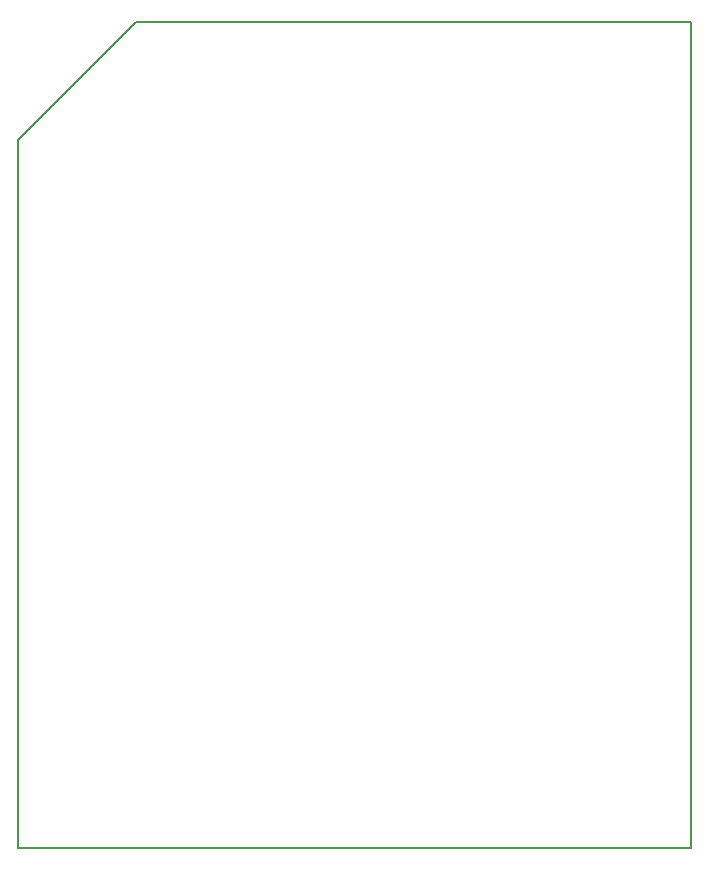
<source format=gbr>
%FSLAX34Y34*%
G04 Gerber Fmt 3.4, Leading zero omitted, Abs format*
G04 (created by PCBNEW (2014-03-19 BZR 4756)-product) date Sat 09 Aug 2014 12:53:28 PM PDT*
%MOIN*%
G01*
G70*
G90*
G04 APERTURE LIST*
%ADD10C,0.005906*%
G04 APERTURE END LIST*
G54D10*
X69685Y-34251D02*
X69685Y-59055D01*
X51181Y-31496D02*
X47244Y-35433D01*
X69685Y-31496D02*
X69685Y-34251D01*
X66929Y-31496D02*
X69685Y-31496D01*
X47244Y-59055D02*
X47244Y-56299D01*
X50000Y-59055D02*
X47244Y-59055D01*
X47244Y-35433D02*
X47244Y-56299D01*
X69685Y-59055D02*
X50000Y-59055D01*
X51181Y-31496D02*
X66929Y-31496D01*
M02*

</source>
